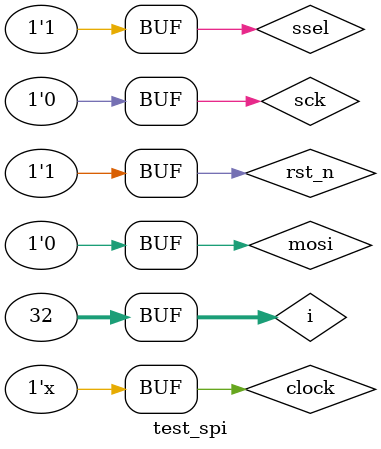
<source format=v>
`timescale	1ns/1ps



/* 
 * Do not change Module name 
*/
module test_spi;

reg rst_n;
reg clock;

reg ssel;
reg mosi;
wire miso;
reg sck;
reg recived_status;

integer i;


  initial 
    begin
	   #5 sck = 0;
		ssel = 1;
		mosi= 0;
		sck = 0;
		//reset
		#5 rst_n = 1;
		#5 rst_n = 0;
		#5 rst_n = 1;
		
		#10 ssel = 0;
		
		for (i=0; i< 32; i=i+1) begin
			#5 mosi = 1;
			#5 sck=0;
			#5 sck=1;
			#5 sck=0;
			#5 mosi = 0;
		end
		
		#5 ssel = 1;
      
    end
always begin
    #2 clock = ! clock;
end

spi_slave_b2b_reduced spi_slave_b2b_reduced(
clock,sck,mosi,miso,ssel,rst_n,recived_status
);


endmodule
</source>
